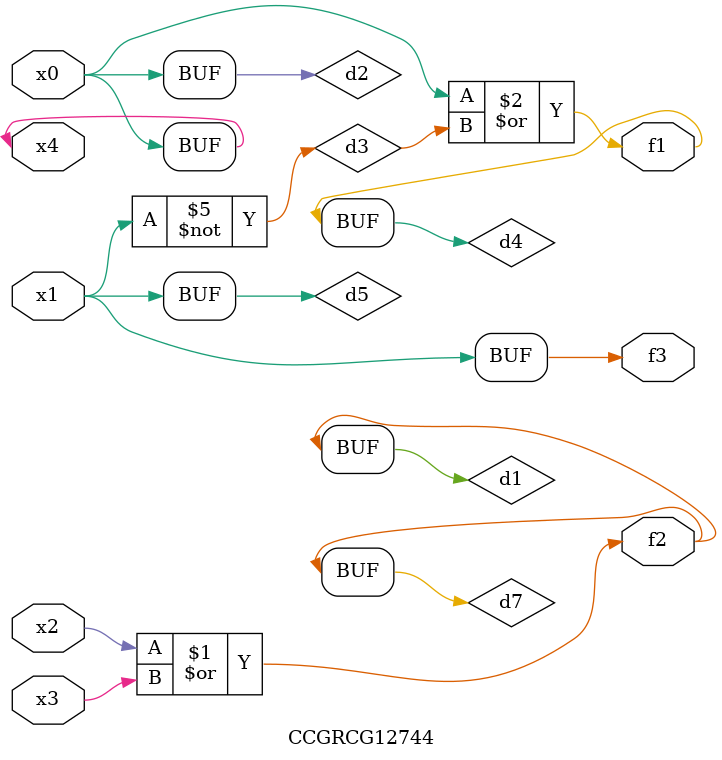
<source format=v>
module CCGRCG12744(
	input x0, x1, x2, x3, x4,
	output f1, f2, f3
);

	wire d1, d2, d3, d4, d5, d6, d7;

	or (d1, x2, x3);
	buf (d2, x0, x4);
	not (d3, x1);
	or (d4, d2, d3);
	not (d5, d3);
	nand (d6, d1, d3);
	or (d7, d1);
	assign f1 = d4;
	assign f2 = d7;
	assign f3 = d5;
endmodule

</source>
